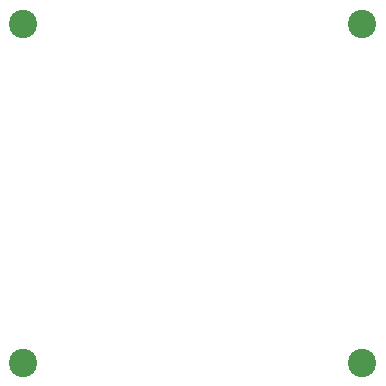
<source format=gbr>
G04*
G04 #@! TF.GenerationSoftware,Altium Limited,Altium Designer,22.4.2 (48)*
G04*
G04 Layer_Color=255*
%FSLAX45Y45*%
%MOMM*%
G71*
G04*
G04 #@! TF.SameCoordinates,A1ACB9CE-F43E-4389-816B-9D06E944576F*
G04*
G04*
G04 #@! TF.FilePolarity,Positive*
G04*
G01*
G75*
%ADD43C,2.40000*%
D43*
X770000Y3640800D02*
D03*
X3640800D02*
D03*
Y770000D02*
D03*
X770000D02*
D03*
M02*

</source>
